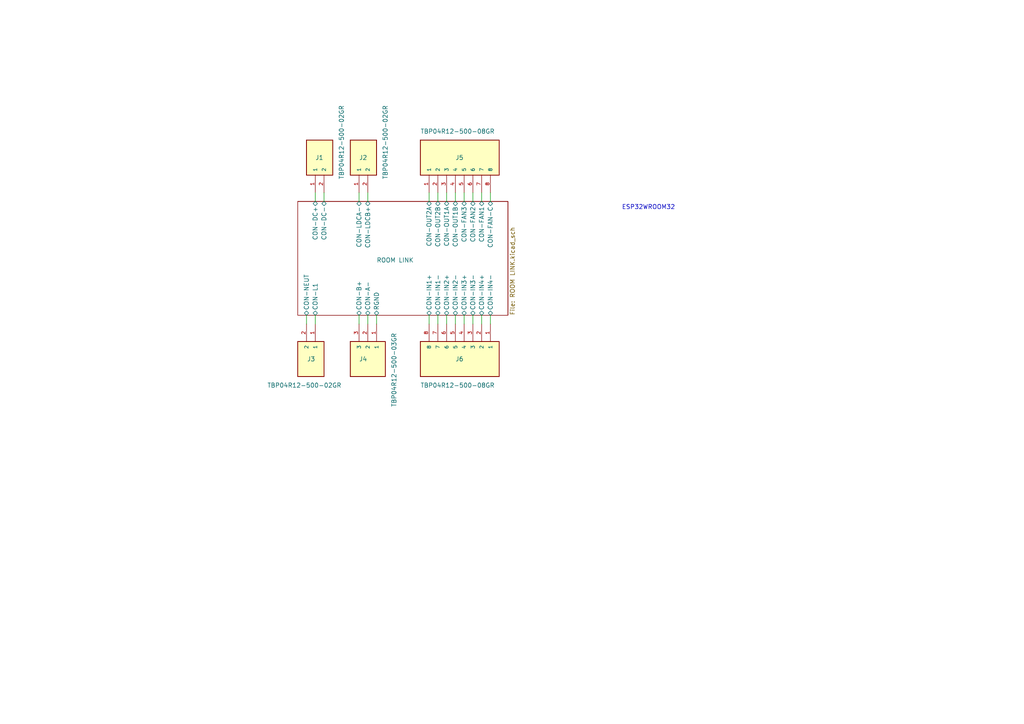
<source format=kicad_sch>
(kicad_sch (version 20230121) (generator eeschema)
  (paper "A4")
  (lib_symbols
    (symbol "TBP04R12-500-02GR:TBP04R12-500-02GR" (pin_names (offset 1.016))
      (property "Reference" "J" (at -5.08 5.08 0))
      (property "Value" "TBP04R12-500-02GR" (at -5.08 -7.62 0))
      (symbol "TBP04R12-500-02GR_0_0"
        (rectangle (start -5.08 -5.08) (end 5.08 2.54) (stroke (width 0.254)) (fill (type background)))
        (pin passive line (at -10.16 0 0) (length 5.08) (name "1") (number "1"))
        (pin passive line (at -10.16 -2.54 0) (length 5.08) (name "2") (number "2"))
      )
    )
    (symbol "TBP04R12-500-03GR:TBP04R12-500-03GR" (pin_names (offset 1.016))
      (property "Reference" "J" (at -5.08 7.62 0))
      (property "Value" "TBP04R12-500-03GR" (at -5.08 -7.62 0))
      (symbol "TBP04R12-500-03GR_0_0"
        (rectangle (start -5.08 -5.08) (end 5.08 5.08) (stroke (width 0.254)) (fill (type background)))
        (pin passive line (at -10.16 2.54 0) (length 5.08) (name "1") (number "1"))
        (pin passive line (at -10.16 0 0) (length 5.08) (name "2") (number "2"))
        (pin passive line (at -10.16 -2.54 0) (length 5.08) (name "3") (number "3"))
      )
    )
    (symbol "TBP04R12-500-08GR:TBP04R12-500-08GR" (pin_names (offset 1.016))
      (property "Reference" "J" (at -5.08 12.7 0))
      (property "Value" "TBP04R12-500-08GR" (at -5.08 -15.24 0))
      (symbol "TBP04R12-500-08GR_0_0"
        (rectangle (start -5.08 -12.7) (end 5.08 10.16) (stroke (width 0.254)) (fill (type background)))
        (pin passive line (at -10.16 7.62 0) (length 5.08) (name "1") (number "1"))
        (pin passive line (at -10.16 5.08 0) (length 5.08) (name "2") (number "2"))
        (pin passive line (at -10.16 2.54 0) (length 5.08) (name "3") (number "3"))
        (pin passive line (at -10.16 0 0) (length 5.08) (name "4") (number "4"))
        (pin passive line (at -10.16 -2.54 0) (length 5.08) (name "5") (number "5"))
        (pin passive line (at -10.16 -5.08 0) (length 5.08) (name "6") (number "6"))
        (pin passive line (at -10.16 -7.62 0) (length 5.08) (name "7") (number "7"))
        (pin passive line (at -10.16 -10.16 0) (length 5.08) (name "8") (number "8"))
      )
    )
  )
  (wire (pts (xy 142.24 55.88) (xy 142.24 58.42)))
  (wire (pts (xy 104.14 91.44) (xy 104.14 93.98)))
  (wire (pts (xy 127 55.88) (xy 127 58.42)))
  (wire (pts (xy 129.54 55.88) (xy 129.54 58.42)))
  (wire (pts (xy 109.22 91.44) (xy 109.22 93.98)))
  (wire (pts (xy 104.14 55.88) (xy 104.14 58.42)))
  (wire (pts (xy 91.44 55.88) (xy 91.44 58.42)))
  (wire (pts (xy 134.62 91.44) (xy 134.62 93.98)))
  (wire (pts (xy 134.62 55.88) (xy 134.62 58.42)))
  (wire (pts (xy 93.98 55.88) (xy 93.98 58.42)))
  (wire (pts (xy 137.16 91.44) (xy 137.16 93.98)))
  (wire (pts (xy 124.46 55.88) (xy 124.46 58.42)))
  (wire (pts (xy 106.68 55.88) (xy 106.68 58.42)))
  (wire (pts (xy 127 91.44) (xy 127 93.98)))
  (wire (pts (xy 88.9 91.44) (xy 88.9 93.98)))
  (wire (pts (xy 139.7 55.88) (xy 139.7 58.42)))
  (wire (pts (xy 137.16 55.88) (xy 137.16 58.42)))
  (wire (pts (xy 142.24 91.44) (xy 142.24 93.98)))
  (wire (pts (xy 132.08 55.88) (xy 132.08 58.42)))
  (wire (pts (xy 129.54 91.44) (xy 129.54 93.98)))
  (wire (pts (xy 139.7 91.44) (xy 139.7 93.98)))
  (wire (pts (xy 124.46 91.44) (xy 124.46 93.98)))
  (wire (pts (xy 106.68 91.44) (xy 106.68 93.98)))
  (wire (pts (xy 91.44 91.44) (xy 91.44 93.98)))
  (wire (pts (xy 132.08 91.44) (xy 132.08 93.98)))
  (text "ESP32­WROOM­32" (at 180.34 60.96 0) (effects (font (size 1.27 1.27)) (justify left bottom)))
  (symbol (lib_id "TBP04R12-500-02GR:TBP04R12-500-02GR") (at 91.44 104.14 270) (unit 1)
    (property "Reference" "J3" (at 91.44 104.14 90) (effects (justify right)))
    (property "Value" "TBP04R12-500-02GR" (at 99.06 111.76 90) (effects (justify right)))
    (property "Footprint" "CUI_TBP04R12-500-02GR" (effects hide))
    (property "PARTREV" "1.0" (effects hide))
    (property "STANDARD" "Manufacturer Recommendations" (effects hide))
    (property "MAXIMUM_PACKAGE_HEIGHT" "8.50mm" (effects hide))
    (property "MANUFACTURER" "CUI Devices" (effects hide))
  )
  (symbol (lib_id "TBP04R12-500-02GR:TBP04R12-500-02GR") (at 91.44 45.72 90) (unit 1)
    (property "Reference" "J1" (at 91.44 45.72 90) (effects (justify right)))
    (property "Value" "TBP04R12-500-02GR" (at 99.06 30.48 0) (effects (justify right)))
    (property "Footprint" "CUI_TBP04R12-500-02GR" (effects hide))
    (property "PARTREV" "1.0" (effects hide))
    (property "STANDARD" "Manufacturer Recommendations" (effects hide))
    (property "MAXIMUM_PACKAGE_HEIGHT" "8.50mm" (effects hide))
    (property "MANUFACTURER" "CUI Devices" (effects hide))
  )
  (symbol (lib_id "TBP04R12-500-08GR:TBP04R12-500-08GR") (at 134.62 104.14 270) (unit 1)
    (property "Reference" "J6" (at 132.08 104.14 90) (effects (justify left)))
    (property "Value" "TBP04R12-500-08GR" (at 121.92 111.76 90) (effects (justify left)))
    (property "Footprint" "CUI_TBP04R12-500-08GR" (effects hide))
    (property "PARTREV" "1.0" (effects hide))
    (property "STANDARD" "Manufacturer Recommendations" (effects hide))
    (property "MAXIMUM_PACKAGE_HEIGHT" "8.50mm" (effects hide))
    (property "MANUFACTURER" "CUI Devices" (effects hide))
  )
  (symbol (lib_id "TBP04R12-500-03GR:TBP04R12-500-03GR") (at 106.68 104.14 270) (unit 1)
    (property "Reference" "J4" (at 104.14 104.14 90) (effects (justify left)))
    (property "Value" "TBP04R12-500-03GR" (at 114.3 96.52 0) (effects (justify left)))
    (property "Footprint" "CUI_TBP04R12-500-03GR" (effects hide))
    (property "PARTREV" "1.0" (effects hide))
    (property "STANDARD" "Manufacturer Recommendations" (effects hide))
    (property "MAXIMUM_PACKAGE_HEIGHT" "8.50mm" (effects hide))
    (property "MANUFACTURER" "CUI Devices" (effects hide))
  )
  (symbol (lib_id "TBP04R12-500-08GR:TBP04R12-500-08GR") (at 132.08 45.72 90) (unit 1)
    (property "Reference" "J5" (at 132.08 45.72 90) (effects (justify right)))
    (property "Value" "TBP04R12-500-08GR" (at 121.92 38.1 90) (effects (justify right)))
    (property "Footprint" "CUI_TBP04R12-500-08GR" (effects hide))
    (property "PARTREV" "1.0" (effects hide))
    (property "STANDARD" "Manufacturer Recommendations" (effects hide))
    (property "MAXIMUM_PACKAGE_HEIGHT" "8.50mm" (effects hide))
    (property "MANUFACTURER" "CUI Devices" (effects hide))
  )
  (symbol (lib_id "TBP04R12-500-02GR:TBP04R12-500-02GR") (at 104.14 45.72 90) (unit 1)
    (property "Reference" "J2" (at 104.14 45.72 90) (effects (justify right)))
    (property "Value" "TBP04R12-500-02GR" (at 111.76 30.48 0) (effects (justify right)))
    (property "Footprint" "CUI_TBP04R12-500-02GR" (effects hide))
    (property "PARTREV" "1.0" (effects hide))
    (property "STANDARD" "Manufacturer Recommendations" (effects hide))
    (property "MAXIMUM_PACKAGE_HEIGHT" "8.50mm" (effects hide))
    (property "MANUFACTURER" "CUI Devices" (effects hide))
  )
  (sheet (at 86.36 58.42) (size 60.96 33.02) (stroke (width 0.1524))
    (property "Sheetname" "ROOM LINK" (at 109.22 76.2 0) (effects (justify left bottom)))
    (property "Sheetfile" "ROOM LINK.kicad_sch" (at 147.9046 91.44 90) (effects (justify left top)))
    (pin "CON-DC+" bidirectional (at 91.44 58.42 90))
    (pin "CON-DC-" bidirectional (at 93.98 58.42 90))
    (pin "CON-OUT1B" bidirectional (at 132.08 58.42 90))
    (pin "CON-FAN3" bidirectional (at 134.62 58.42 90))
    (pin "CON-FAN2" bidirectional (at 137.16 58.42 90))
    (pin "CON-FAN1" bidirectional (at 139.7 58.42 90))
    (pin "CON-FAN-C" bidirectional (at 142.24 58.42 90))
    (pin "CON-OUT2B" bidirectional (at 127 58.42 90))
    (pin "CON-OUT1A" bidirectional (at 129.54 58.42 90))
    (pin "CON-OUT2A" bidirectional (at 124.46 58.42 90))
    (pin "CON-LDCA-" bidirectional (at 104.14 58.42 90))
    (pin "CON-LDCB+" bidirectional (at 106.68 58.42 90))
    (pin "CON-IN3-" bidirectional (at 137.16 91.44 270))
    (pin "CON-IN4-" bidirectional (at 142.24 91.44 270))
    (pin "CON-IN2+" bidirectional (at 129.54 91.44 270))
    (pin "CON-IN3+" bidirectional (at 134.62 91.44 270))
    (pin "CON-IN2-" bidirectional (at 132.08 91.44 270))
    (pin "CON-IN4+" bidirectional (at 139.7 91.44 270))
    (pin "RGND" bidirectional (at 109.22 91.44 270))
    (pin "CON-NEUT" bidirectional (at 88.9 91.44 270))
    (pin "CON-A-" bidirectional (at 106.68 91.44 270))
    (pin "CON-B+" bidirectional (at 104.14 91.44 270))
    (pin "CON-L1" bidirectional (at 91.44 91.44 270))
    (pin "CON-IN1+" bidirectional (at 124.46 91.44 270))
    (pin "CON-IN1-" bidirectional (at 127 91.44 270))
  )
)
</source>
